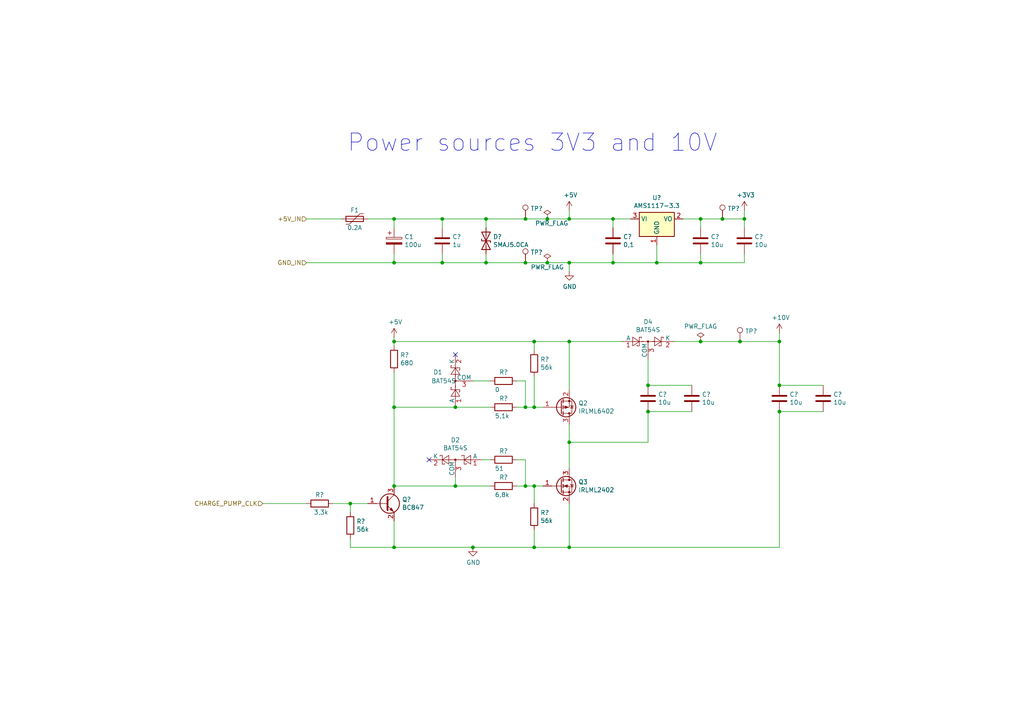
<source format=kicad_sch>
(kicad_sch (version 20250114) (generator "eeschema") (generator_version "9.0")
  (paper "A4")
  (title_block (title "Furnace controller") (date "2026-01-08") (rev "1.1") (company "Yuri Volkov"))
  (lib_symbols
    (symbol "Connector:TestPoint" (pin_numbers (hide yes)) (pin_names (offset 0.762) (hide yes))
      (property "Reference" "TP" (at 0 6.858 0))
      (property "Value" "TestPoint" (at 0 5.08 0))
      (symbol "TestPoint_0_1"
        (circle (center 0 3.302) (radius 0.762))
      )
      (symbol "TestPoint_1_1"
        (pin passive line (at 0 0 90) (length 2.54) (name "1") (number "1"))
      )
    )
    (symbol "Device:C" (pin_numbers (hide yes)) (pin_names (offset 0.254))
      (property "Reference" "C" (at 0.635 2.54 0))
      (property "Value" "C" (at 0.635 -2.54 0))
      (symbol "C_0_1"
        (polyline (pts (xy -2.032 0.762) (xy 2.032 0.762)) (stroke (width 0.508)))
        (polyline (pts (xy -2.032 -0.762) (xy 2.032 -0.762)) (stroke (width 0.508)))
      )
      (symbol "C_1_1"
        (pin passive line (at 0 3.81 270) (length 2.794) (name "~") (number "1"))
        (pin passive line (at 0 -3.81 90) (length 2.794) (name "~") (number "2"))
      )
    )
    (symbol "Device:CP" (pin_numbers (hide yes)) (pin_names (offset 0.254))
      (property "Reference" "C" (at 0.635 2.54 0))
      (property "Value" "Device_CP" (at 0.635 -2.54 0))
      (symbol "CP_0_1"
        (rectangle (start -2.286 0.508) (end 2.286 1.016))
        (polyline (pts (xy -1.778 2.286) (xy -0.762 2.286)))
        (polyline (pts (xy -1.27 2.794) (xy -1.27 1.778)))
        (rectangle (start 2.286 -0.508) (end -2.286 -1.016) (fill (type outline)))
      )
      (symbol "CP_1_1"
        (pin passive line (at 0 3.81 270) (length 2.794) (name "~") (number "1"))
        (pin passive line (at 0 -3.81 90) (length 2.794) (name "~") (number "2"))
      )
    )
    (symbol "Device:D_TVS" (pin_numbers (hide yes)) (pin_names (offset 1.016) (hide yes))
      (property "Reference" "D" (at 0 2.54 0))
      (property "Value" "D_TVS" (at 0 -2.54 0))
      (symbol "D_TVS_0_1"
        (polyline (pts (xy -2.54 1.27) (xy -2.54 -1.27) (xy 2.54 1.27) (xy 2.54 -1.27) (xy -2.54 1.27)) (stroke (width 0.254)))
        (polyline (pts (xy 0.508 1.27) (xy 0 1.27) (xy 0 -1.27) (xy -0.508 -1.27)) (stroke (width 0.254)))
        (polyline (pts (xy 1.27 0) (xy -1.27 0)))
      )
      (symbol "D_TVS_1_1"
        (pin passive line (at -3.81 0 0) (length 2.54) (name "A1") (number "1"))
        (pin passive line (at 3.81 0 180) (length 2.54) (name "A2") (number "2"))
      )
    )
    (symbol "Device:Polyfuse" (pin_numbers (hide yes)) (pin_names (offset 0))
      (property "Reference" "F" (at -2.54 0 90))
      (property "Value" "Polyfuse" (at 2.54 0 90))
      (symbol "Polyfuse_0_1"
        (polyline (pts (xy -1.524 2.54) (xy -1.524 1.524) (xy 1.524 -1.524) (xy 1.524 -2.54)))
        (rectangle (start -0.762 2.54) (end 0.762 -2.54) (stroke (width 0.254)))
        (polyline (pts (xy 0 2.54) (xy 0 -2.54)))
      )
      (symbol "Polyfuse_1_1"
        (pin passive line (at 0 3.81 270) (length 1.27) (name "~") (number "1"))
        (pin passive line (at 0 -3.81 90) (length 1.27) (name "~") (number "2"))
      )
    )
    (symbol "Device:R" (pin_numbers (hide yes)) (pin_names (offset 0))
      (property "Reference" "R" (at 2.032 0 90))
      (property "Value" "R" (at 0 0 90))
      (symbol "R_0_1"
        (rectangle (start -1.016 -2.54) (end 1.016 2.54) (stroke (width 0.254)))
      )
      (symbol "R_1_1"
        (pin passive line (at 0 3.81 270) (length 1.27) (name "~") (number "1"))
        (pin passive line (at 0 -3.81 90) (length 1.27) (name "~") (number "2"))
      )
    )
    (symbol "Diode:BAT54S" (pin_names (offset 0))
      (property "Reference" "D" (at 2.54 -5.08 0))
      (property "Value" "BAT54S" (at -6.35 3.175 0))
      (symbol "BAT54S_0_1"
        (polyline (pts (xy -4.445 1.27) (xy -4.445 -1.27) (xy -2.54 0) (xy -4.445 1.27)))
        (polyline (pts (xy -3.81 0) (xy -1.27 0)))
        (polyline (pts (xy -3.175 -1.27) (xy -3.175 -1.016)))
        (polyline (pts (xy -2.54 1.27) (xy -1.905 1.27)))
        (polyline (pts (xy -2.54 -1.27) (xy -3.175 -1.27)))
        (polyline (pts (xy -2.54 -1.27) (xy -2.54 1.27)))
        (polyline (pts (xy -1.905 1.27) (xy -1.905 1.016)))
        (polyline (pts (xy -1.905 0) (xy 1.905 0)))
        (circle (center 0 0) (radius 0.254) (fill (type outline)))
        (polyline (pts (xy 1.27 0) (xy 3.81 0)))
        (polyline (pts (xy 1.905 1.27) (xy 1.905 -1.27) (xy 3.81 0) (xy 1.905 1.27)))
        (polyline (pts (xy 3.175 -1.27) (xy 3.175 -1.016)))
        (polyline (pts (xy 3.81 1.27) (xy 4.445 1.27)))
        (polyline (pts (xy 3.81 -1.27) (xy 3.175 -1.27)))
        (polyline (pts (xy 3.81 -1.27) (xy 3.81 1.27)))
        (polyline (pts (xy 4.445 1.27) (xy 4.445 1.016)))
      )
      (symbol "BAT54S_1_1"
        (pin passive line (at -7.62 0 0) (length 3.81) (name "A") (number "1"))
        (pin passive line (at 0 -5.08 90) (length 5.08) (name "COM") (number "3"))
        (pin passive line (at 7.62 0 180) (length 3.81) (name "K") (number "2"))
      )
    )
    (symbol "Regulator_Linear:AMS1117-3.3"
      (property "Reference" "U" (at -3.81 3.175 0))
      (property "Value" "AMS1117-3.3" (at 0 3.175 0))
      (symbol "AMS1117-3.3_0_1"
        (rectangle (start -5.08 -5.08) (end 5.08 1.905) (stroke (width 0.254)) (fill (type background)))
      )
      (symbol "AMS1117-3.3_1_1"
        (pin power_in line (at -7.62 0 0) (length 2.54) (name "VI") (number "3"))
        (pin power_in line (at 0 -7.62 90) (length 2.54) (name "GND") (number "1"))
        (pin power_out line (at 7.62 0 180) (length 2.54) (name "VO") (number "2"))
      )
    )
    (symbol "Transistor_BJT:BC847" (pin_names (offset 0) (hide yes))
      (property "Reference" "Q" (at 5.08 1.905 0))
      (property "Value" "BC847" (at 5.08 0 0))
      (symbol "BC847_0_1"
        (polyline (pts (xy -2.54 0) (xy 0.635 0)))
        (polyline (pts (xy 0.635 1.905) (xy 0.635 -1.905)) (stroke (width 0.508)))
        (circle (center 1.27 0) (radius 2.8194) (stroke (width 0.254)))
      )
      (symbol "BC847_1_1"
        (polyline (pts (xy 0.635 0.635) (xy 2.54 2.54)))
        (polyline (pts (xy 0.635 -0.635) (xy 2.54 -2.54)))
        (polyline (pts (xy 1.27 -1.778) (xy 1.778 -1.27) (xy 2.286 -2.286) (xy 1.27 -1.778)) (fill (type outline)))
        (pin input line (at -5.08 0 0) (length 2.54) (name "B") (number "1"))
        (pin passive line (at 2.54 5.08 270) (length 2.54) (name "C") (number "3"))
        (pin passive line (at 2.54 -5.08 90) (length 2.54) (name "E") (number "2"))
      )
    )
    (symbol "Transistor_FET:IRLML2060" (pin_names (hide yes))
      (property "Reference" "Q" (at 5.08 1.905 0))
      (property "Value" "IRLML2060" (at 5.08 0 0))
      (symbol "IRLML2060_0_1"
        (polyline (pts (xy 0.254 1.905) (xy 0.254 -1.905)) (stroke (width 0.254)))
        (polyline (pts (xy 0.254 0) (xy -2.54 0)))
        (polyline (pts (xy 0.762 2.286) (xy 0.762 1.27)) (stroke (width 0.254)))
        (polyline (pts (xy 0.762 0.508) (xy 0.762 -0.508)) (stroke (width 0.254)))
        (polyline (pts (xy 0.762 -1.27) (xy 0.762 -2.286)) (stroke (width 0.254)))
        (polyline (pts (xy 0.762 -1.778) (xy 3.302 -1.778) (xy 3.302 1.778) (xy 0.762 1.778)))
        (polyline (pts (xy 1.016 0) (xy 2.032 0.381) (xy 2.032 -0.381) (xy 1.016 0)) (fill (type outline)))
        (circle (center 1.651 0) (radius 2.794) (stroke (width 0.254)))
        (polyline (pts (xy 2.54 2.54) (xy 2.54 1.778)))
        (circle (center 2.54 1.778) (radius 0.254) (fill (type outline)))
        (circle (center 2.54 -1.778) (radius 0.254) (fill (type outline)))
        (polyline (pts (xy 2.54 -2.54) (xy 2.54 0) (xy 0.762 0)))
        (polyline (pts (xy 2.794 0.508) (xy 2.921 0.381) (xy 3.683 0.381) (xy 3.81 0.254)))
        (polyline (pts (xy 3.302 0.381) (xy 2.921 -0.254) (xy 3.683 -0.254) (xy 3.302 0.381)))
      )
      (symbol "IRLML2060_1_1"
        (pin input line (at -5.08 0 0) (length 2.54) (name "G") (number "1"))
        (pin passive line (at 2.54 5.08 270) (length 2.54) (name "D") (number "3"))
        (pin passive line (at 2.54 -5.08 90) (length 2.54) (name "S") (number "2"))
      )
    )
    (symbol "Transistor_FET:IRLML6402" (pin_names (hide yes))
      (property "Reference" "Q" (at 5.08 1.905 0))
      (property "Value" "IRLML6402" (at 5.08 0 0))
      (symbol "IRLML6402_0_1"
        (polyline (pts (xy 0.254 1.905) (xy 0.254 -1.905)) (stroke (width 0.254)))
        (polyline (pts (xy 0.254 0) (xy -2.54 0)))
        (polyline (pts (xy 0.762 2.286) (xy 0.762 1.27)) (stroke (width 0.254)))
        (polyline (pts (xy 0.762 1.778) (xy 3.302 1.778) (xy 3.302 -1.778) (xy 0.762 -1.778)))
        (polyline (pts (xy 0.762 0.508) (xy 0.762 -0.508)) (stroke (width 0.254)))
        (polyline (pts (xy 0.762 -1.27) (xy 0.762 -2.286)) (stroke (width 0.254)))
        (circle (center 1.651 0) (radius 2.794) (stroke (width 0.254)))
        (polyline (pts (xy 2.286 0) (xy 1.27 0.381) (xy 1.27 -0.381) (xy 2.286 0)) (fill (type outline)))
        (polyline (pts (xy 2.54 2.54) (xy 2.54 1.778)))
        (circle (center 2.54 1.778) (radius 0.254) (fill (type outline)))
        (circle (center 2.54 -1.778) (radius 0.254) (fill (type outline)))
        (polyline (pts (xy 2.54 -2.54) (xy 2.54 0) (xy 0.762 0)))
        (polyline (pts (xy 2.794 -0.508) (xy 2.921 -0.381) (xy 3.683 -0.381) (xy 3.81 -0.254)))
        (polyline (pts (xy 3.302 -0.381) (xy 2.921 0.254) (xy 3.683 0.254) (xy 3.302 -0.381)))
      )
      (symbol "IRLML6402_1_1"
        (pin input line (at -5.08 0 0) (length 2.54) (name "G") (number "1"))
        (pin passive line (at 2.54 5.08 270) (length 2.54) (name "D") (number "3"))
        (pin passive line (at 2.54 -5.08 90) (length 2.54) (name "S") (number "2"))
      )
    )
    (symbol "power:+10V" (power) (pin_numbers (hide yes)) (pin_names (offset 0) (hide yes))
      (property "Value" "+10V" (at 0 3.556 0))
      (symbol "+10V_0_1"
        (polyline (pts (xy -0.762 1.27) (xy 0 2.54)))
        (polyline (pts (xy 0 2.54) (xy 0.762 1.27)))
        (polyline (pts (xy 0 0) (xy 0 2.54)))
      )
      (symbol "+10V_1_1"
        (pin power_in line (at 0 0 90) (length 0) (name "~") (number "1"))
      )
    )
    (symbol "power:+3V3" (power) (pin_numbers (hide yes)) (pin_names (offset 0) (hide yes))
      (property "Value" "+3V3" (at 0 3.556 0))
      (symbol "+3V3_0_1"
        (polyline (pts (xy -0.762 1.27) (xy 0 2.54)))
        (polyline (pts (xy 0 2.54) (xy 0.762 1.27)))
        (polyline (pts (xy 0 0) (xy 0 2.54)))
      )
      (symbol "+3V3_1_1"
        (pin power_in line (at 0 0 90) (length 0) (name "~") (number "1"))
      )
    )
    (symbol "power:+5V" (power) (pin_numbers (hide yes)) (pin_names (offset 0) (hide yes))
      (property "Value" "+5V" (at 0 3.556 0))
      (symbol "+5V_0_1"
        (polyline (pts (xy -0.762 1.27) (xy 0 2.54)))
        (polyline (pts (xy 0 2.54) (xy 0.762 1.27)))
        (polyline (pts (xy 0 0) (xy 0 2.54)))
      )
      (symbol "+5V_1_1"
        (pin power_in line (at 0 0 90) (length 0) (name "~") (number "1"))
      )
    )
    (symbol "power:GND" (power) (pin_numbers (hide yes)) (pin_names (offset 0) (hide yes))
      (property "Value" "GND" (at 0 -3.81 0))
      (symbol "GND_0_1"
        (polyline (pts (xy 0 0) (xy 0 -1.27) (xy 1.27 -1.27) (xy 0 -2.54) (xy -1.27 -1.27) (xy 0 -1.27)))
      )
      (symbol "GND_1_1"
        (pin power_in line (at 0 0 270) (length 0) (name "~") (number "1"))
      )
    )
    (symbol "power:PWR_FLAG" (power) (pin_numbers (hide yes)) (pin_names (offset 0) (hide yes))
      (property "Value" "PWR_FLAG" (at 0 3.81 0))
      (symbol "PWR_FLAG_0_0"
        (pin power_out line (at 0 0 90) (length 0) (name "~") (number "1"))
      )
      (symbol "PWR_FLAG_0_1"
        (polyline (pts (xy 0 0) (xy 0 1.27) (xy -1.016 1.905) (xy 0 2.54) (xy 1.016 1.905) (xy 0 1.27)))
      )
    )
  )
  (text "Power sources 3V3 and 10V" (at 208.28 44.45 0) (effects (font (size 5.0038 5.0038)) (justify right bottom)))
  (junction (at 152.4 63.5))
  (junction (at 140.97 76.2))
  (junction (at 114.3 99.06))
  (junction (at 128.27 63.5))
  (junction (at 101.6 146.05))
  (junction (at 203.2 99.06))
  (junction (at 132.08 118.11))
  (junction (at 114.3 158.75))
  (junction (at 226.06 99.06))
  (junction (at 190.5 76.2))
  (junction (at 114.3 140.97))
  (junction (at 165.1 99.06))
  (junction (at 154.94 118.11))
  (junction (at 114.3 118.11))
  (junction (at 158.75 63.5))
  (junction (at 158.75 76.2))
  (junction (at 165.1 76.2))
  (junction (at 165.1 128.27))
  (junction (at 140.97 63.5))
  (junction (at 187.96 119.38))
  (junction (at 226.06 111.76))
  (junction (at 154.94 99.06))
  (junction (at 165.1 158.75))
  (junction (at 214.63 99.06))
  (junction (at 226.06 119.38))
  (junction (at 128.27 76.2))
  (junction (at 177.8 63.5))
  (junction (at 165.1 63.5))
  (junction (at 114.3 76.2))
  (junction (at 203.2 76.2))
  (junction (at 114.3 63.5))
  (junction (at 203.2 63.5))
  (junction (at 152.4 76.2))
  (junction (at 215.9 63.5))
  (junction (at 152.4 140.97))
  (junction (at 137.16 158.75))
  (junction (at 154.94 140.97))
  (junction (at 177.8 76.2))
  (junction (at 152.4 118.11))
  (junction (at 132.08 140.97))
  (junction (at 154.94 158.75))
  (junction (at 209.55 63.5))
  (junction (at 187.96 111.76))
  (no_connect (at 132.08 102.87))
  (no_connect (at 124.46 133.35))
  (wire (pts (xy 149.86 110.49) (xy 152.4 110.49)))
  (wire (pts (xy 152.4 110.49) (xy 152.4 118.11)))
  (wire (pts (xy 142.24 140.97) (xy 132.08 140.97)))
  (wire (pts (xy 114.3 63.5) (xy 128.27 63.5)))
  (wire (pts (xy 165.1 78.74) (xy 165.1 76.2)))
  (wire (pts (xy 154.94 101.6) (xy 154.94 99.06)))
  (wire (pts (xy 198.12 63.5) (xy 203.2 63.5)))
  (wire (pts (xy 165.1 113.03) (xy 165.1 99.06)))
  (wire (pts (xy 152.4 133.35) (xy 152.4 140.97)))
  (wire (pts (xy 128.27 76.2) (xy 140.97 76.2)))
  (wire (pts (xy 165.1 158.75) (xy 226.06 158.75)))
  (wire (pts (xy 215.9 60.96) (xy 215.9 63.5)))
  (wire (pts (xy 132.08 138.43) (xy 132.08 140.97)))
  (wire (pts (xy 114.3 97.79) (xy 114.3 99.06)))
  (wire (pts (xy 114.3 99.06) (xy 114.3 100.33)))
  (wire (pts (xy 101.6 158.75) (xy 114.3 158.75)))
  (wire (pts (xy 101.6 148.59) (xy 101.6 146.05)))
  (wire (pts (xy 165.1 76.2) (xy 177.8 76.2)))
  (wire (pts (xy 226.06 119.38) (xy 226.06 158.75)))
  (wire (pts (xy 114.3 73.66) (xy 114.3 76.2)))
  (wire (pts (xy 132.08 140.97) (xy 114.3 140.97)))
  (wire (pts (xy 114.3 107.95) (xy 114.3 118.11)))
  (wire (pts (xy 187.96 104.14) (xy 187.96 111.76)))
  (wire (pts (xy 154.94 140.97) (xy 157.48 140.97)))
  (wire (pts (xy 140.97 66.04) (xy 140.97 63.5)))
  (wire (pts (xy 165.1 123.19) (xy 165.1 128.27)))
  (wire (pts (xy 152.4 118.11) (xy 154.94 118.11)))
  (wire (pts (xy 190.5 71.12) (xy 190.5 76.2)))
  (wire (pts (xy 203.2 66.04) (xy 203.2 63.5)))
  (wire (pts (xy 154.94 118.11) (xy 157.48 118.11)))
  (wire (pts (xy 152.4 76.2) (xy 158.75 76.2)))
  (wire (pts (xy 158.75 63.5) (xy 165.1 63.5)))
  (wire (pts (xy 190.5 76.2) (xy 203.2 76.2)))
  (wire (pts (xy 165.1 60.96) (xy 165.1 63.5)))
  (wire (pts (xy 215.9 73.66) (xy 215.9 76.2)))
  (wire (pts (xy 177.8 76.2) (xy 190.5 76.2)))
  (wire (pts (xy 154.94 99.06) (xy 165.1 99.06)))
  (wire (pts (xy 132.08 118.11) (xy 114.3 118.11)))
  (wire (pts (xy 215.9 66.04) (xy 215.9 63.5)))
  (wire (pts (xy 209.55 63.5) (xy 215.9 63.5)))
  (wire (pts (xy 203.2 63.5) (xy 209.55 63.5)))
  (wire (pts (xy 187.96 128.27) (xy 165.1 128.27)))
  (wire (pts (xy 137.16 110.49) (xy 142.24 110.49)))
  (wire (pts (xy 88.9 76.2) (xy 114.3 76.2)))
  (wire (pts (xy 165.1 128.27) (xy 165.1 135.89)))
  (wire (pts (xy 154.94 158.75) (xy 165.1 158.75)))
  (wire (pts (xy 132.08 118.11) (xy 142.24 118.11)))
  (wire (pts (xy 203.2 99.06) (xy 195.58 99.06)))
  (wire (pts (xy 140.97 73.66) (xy 140.97 76.2)))
  (wire (pts (xy 106.68 63.5) (xy 114.3 63.5)))
  (wire (pts (xy 226.06 99.06) (xy 226.06 96.52)))
  (wire (pts (xy 154.94 146.05) (xy 154.94 140.97)))
  (wire (pts (xy 203.2 73.66) (xy 203.2 76.2)))
  (wire (pts (xy 154.94 109.22) (xy 154.94 118.11)))
  (wire (pts (xy 165.1 63.5) (xy 177.8 63.5)))
  (wire (pts (xy 114.3 151.13) (xy 114.3 158.75)))
  (wire (pts (xy 114.3 118.11) (xy 114.3 140.97)))
  (wire (pts (xy 154.94 153.67) (xy 154.94 158.75)))
  (wire (pts (xy 214.63 99.06) (xy 203.2 99.06)))
  (wire (pts (xy 226.06 111.76) (xy 238.76 111.76)))
  (wire (pts (xy 96.52 146.05) (xy 101.6 146.05)))
  (wire (pts (xy 165.1 99.06) (xy 180.34 99.06)))
  (wire (pts (xy 149.86 118.11) (xy 152.4 118.11)))
  (wire (pts (xy 114.3 158.75) (xy 137.16 158.75)))
  (wire (pts (xy 101.6 156.21) (xy 101.6 158.75)))
  (wire (pts (xy 158.75 76.2) (xy 165.1 76.2)))
  (wire (pts (xy 114.3 99.06) (xy 154.94 99.06)))
  (wire (pts (xy 99.06 63.5) (xy 88.9 63.5)))
  (wire (pts (xy 200.66 111.76) (xy 187.96 111.76)))
  (wire (pts (xy 200.66 119.38) (xy 187.96 119.38)))
  (wire (pts (xy 149.86 133.35) (xy 152.4 133.35)))
  (wire (pts (xy 128.27 63.5) (xy 140.97 63.5)))
  (wire (pts (xy 139.7 133.35) (xy 142.24 133.35)))
  (wire (pts (xy 226.06 99.06) (xy 226.06 111.76)))
  (wire (pts (xy 128.27 73.66) (xy 128.27 76.2)))
  (wire (pts (xy 177.8 63.5) (xy 182.88 63.5)))
  (wire (pts (xy 187.96 119.38) (xy 187.96 128.27)))
  (wire (pts (xy 101.6 146.05) (xy 106.68 146.05)))
  (wire (pts (xy 177.8 66.04) (xy 177.8 63.5)))
  (wire (pts (xy 214.63 99.06) (xy 226.06 99.06)))
  (wire (pts (xy 140.97 63.5) (xy 152.4 63.5)))
  (wire (pts (xy 177.8 73.66) (xy 177.8 76.2)))
  (wire (pts (xy 137.16 158.75) (xy 154.94 158.75)))
  (wire (pts (xy 149.86 140.97) (xy 152.4 140.97)))
  (wire (pts (xy 152.4 63.5) (xy 158.75 63.5)))
  (wire (pts (xy 88.9 146.05) (xy 76.2 146.05)))
  (wire (pts (xy 140.97 76.2) (xy 152.4 76.2)))
  (wire (pts (xy 152.4 140.97) (xy 154.94 140.97)))
  (wire (pts (xy 203.2 76.2) (xy 215.9 76.2)))
  (wire (pts (xy 226.06 119.38) (xy 238.76 119.38)))
  (wire (pts (xy 114.3 76.2) (xy 128.27 76.2)))
  (wire (pts (xy 128.27 66.04) (xy 128.27 63.5)))
  (wire (pts (xy 165.1 146.05) (xy 165.1 158.75)))
  (wire (pts (xy 114.3 66.04) (xy 114.3 63.5)))
  (hierarchical_label "+5V_IN" (shape input) (at 88.9 63.5 180))
  (hierarchical_label "GND_IN" (shape input) (at 88.9 76.2 180))
  (hierarchical_label "CHARGE_PUMP_CLK" (shape input) (at 76.2 146.05 180))
  (symbol (lib_id "Regulator_Linear:AMS1117-3.3") (at 190.5 63.5 0) (unit 1)
    (property "Reference" "U1" (at 190.5 57.3532 0))
    (property "Value" "AMS1117-3.3" (at 190.5 59.6646 0))
    (property "Footprint" "Package_TO_SOT_SMD:SOT-223-3_TabPin2" (effects (hide yes)))
    (property "Datasheet" "http://www.advanced-monolithic.com/pdf/ds1117.pdf" (effects (hide yes)))
    (instances (project "" (path "" (reference "U?") (unit 1)) (path "" (reference "U?") (unit 1)) (path "" (reference "U1") (unit 1))))
  )
  (symbol (lib_id "power:+10V") (at 226.06 96.52 0) (unit 1)
    (property "Reference" "#PWR06" (effects (hide yes)))
    (property "Value" "+10V" (at 226.441 92.1258 0))
  )
  (symbol (lib_id "power:+3V3") (at 215.9 60.96 0) (unit 1)
    (property "Reference" "#PWR05" (effects (hide yes)))
    (property "Value" "+3V3" (at 216.281 56.5658 0))
  )
  (symbol (lib_id "power:GND") (at 165.1 78.74 0) (unit 1)
    (property "Reference" "#PWR04" (effects (hide yes)))
    (property "Value" "GND" (at 165.227 83.1342 0))
  )
  (symbol (lib_id "Device:C") (at 203.2 69.85 0) (unit 1)
    (property "Reference" "C6" (at 206.121 68.6816 0) (effects (justify left)))
    (property "Value" "10u" (at 206.121 70.993 0) (effects (justify left)))
    (property "Footprint" "Capacitor_SMD:C_1206_3216Metric_Pad1.33x1.80mm_HandSolder" (effects (hide yes)))
    (instances (project "" (path "" (reference "C?") (unit 1)) (path "" (reference "C?") (unit 1)) (path "" (reference "C6") (unit 1)) (path "" (reference "C?") (unit 1))))
  )
  (symbol (lib_id "Device:C") (at 177.8 69.85 0) (unit 1)
    (property "Reference" "C3" (at 180.721 68.6816 0) (effects (justify left)))
    (property "Value" "0,1" (at 180.721 70.993 0) (effects (justify left)))
    (property "Footprint" "Capacitor_SMD:C_0603_1608Metric_Pad1.08x0.95mm_HandSolder" (effects (hide yes)))
    (instances (project "" (path "" (reference "C?") (unit 1)) (path "" (reference "C?") (unit 1)) (path "" (reference "C3") (unit 1)) (path "" (reference "C?") (unit 1))))
  )
  (symbol (lib_id "Device:C") (at 215.9 69.85 0) (unit 1)
    (property "Reference" "C7" (at 218.821 68.6816 0) (effects (justify left)))
    (property "Value" "10u" (at 218.821 70.993 0) (effects (justify left)))
    (property "Footprint" "Capacitor_SMD:C_1206_3216Metric_Pad1.33x1.80mm_HandSolder" (effects (hide yes)))
    (instances (project "" (path "" (reference "C?") (unit 1)) (path "" (reference "C?") (unit 1)) (path "" (reference "C7") (unit 1)) (path "" (reference "C?") (unit 1))))
  )
  (symbol (lib_id "power:+5V") (at 165.1 60.96 0) (unit 1)
    (property "Reference" "#PWR03" (effects (hide yes)))
    (property "Value" "+5V" (at 165.481 56.5658 0))
  )
  (symbol (lib_id "Transistor_FET:IRLML6402") (at 162.56 118.11 0) (mirror x) (unit 1)
    (property "Reference" "Q2" (at 167.7416 116.9416 0) (effects (justify left)))
    (property "Value" "IRLML6402" (at 167.7416 119.253 0) (effects (justify left)))
    (property "Footprint" "Package_TO_SOT_SMD:SOT-23" (effects (hide yes)))
    (property "Datasheet" "https://www.infineon.com/dgdl/irlml6402pbf.pdf?fileId=5546d462533600a401535668d5c2263c" (effects (hide yes)))
  )
  (symbol (lib_id "Transistor_FET:IRLML2060") (at 162.56 140.97 0) (unit 1)
    (property "Reference" "Q3" (at 167.7416 139.8016 0) (effects (justify left)))
    (property "Value" "IRLML2402" (at 167.7416 142.113 0) (effects (justify left)))
    (property "Footprint" "Package_TO_SOT_SMD:SOT-23" (effects (hide yes)))
    (property "Datasheet" "https://www.infineon.com/dgdl/irlml2060pbf.pdf?fileId=5546d462533600a401535664b7fb25ee" (effects (hide yes)))
  )
  (symbol (lib_id "Device:R") (at 146.05 110.49 270) (unit 1)
    (property "Reference" "R4" (at 144.78 107.95 90) (effects (justify left)))
    (property "Value" "0" (at 143.51 113.03 90) (effects (justify left)))
    (property "Footprint" "Resistor_SMD:R_0603_1608Metric_Pad0.98x0.95mm_HandSolder" (effects (hide yes)))
    (instances (project "" (path "" (reference "R?") (unit 1)) (path "" (reference "R4") (unit 1))))
  )
  (symbol (lib_id "Diode:BAT54S") (at 132.08 110.49 90) (unit 1)
    (property "Reference" "D1" (at 127 107.95 90))
    (property "Value" "BAT54S" (at 128.6764 110.49 90))
    (property "Footprint" "Package_TO_SOT_SMD:SOT-23" (effects (hide yes)))
    (property "Datasheet" "https://www.diodes.com/assets/Datasheets/ds11005.pdf" (effects (hide yes)))
  )
  (symbol (lib_id "Diode:BAT54S") (at 132.08 133.35 0) (mirror y) (unit 1)
    (property "Reference" "D2" (at 132.08 127.635 0))
    (property "Value" "BAT54S" (at 132.08 129.9464 0))
    (property "Footprint" "Package_TO_SOT_SMD:SOT-23" (effects (hide yes)))
    (property "Datasheet" "https://www.diodes.com/assets/Datasheets/ds11005.pdf" (effects (hide yes)))
  )
  (symbol (lib_id "Diode:BAT54S") (at 187.96 99.06 0) (unit 1)
    (property "Reference" "D4" (at 187.96 93.345 0))
    (property "Value" "BAT54S" (at 187.96 95.6564 0))
    (property "Footprint" "Package_TO_SOT_SMD:SOT-23" (effects (hide yes)))
    (property "Datasheet" "https://www.diodes.com/assets/Datasheets/ds11005.pdf" (effects (hide yes)))
  )
  (symbol (lib_id "Device:C") (at 187.96 115.57 0) (unit 1)
    (property "Reference" "C4" (at 190.881 114.4016 0) (effects (justify left)))
    (property "Value" "10u" (at 190.881 116.713 0) (effects (justify left)))
    (property "Footprint" "Capacitor_SMD:C_1206_3216Metric_Pad1.33x1.80mm_HandSolder" (effects (hide yes)))
    (instances (project "" (path "" (reference "C?") (unit 1)) (path "" (reference "C?") (unit 1)) (path "" (reference "C4") (unit 1)) (path "" (reference "C?") (unit 1))))
  )
  (symbol (lib_id "Device:C") (at 200.66 115.57 0) (unit 1)
    (property "Reference" "C5" (at 203.581 114.4016 0) (effects (justify left)))
    (property "Value" "10u" (at 203.581 116.713 0) (effects (justify left)))
    (property "Footprint" "Capacitor_SMD:C_1206_3216Metric_Pad1.33x1.80mm_HandSolder" (effects (hide yes)))
    (instances (project "" (path "" (reference "C?") (unit 1)) (path "" (reference "C?") (unit 1)) (path "" (reference "C5") (unit 1)) (path "" (reference "C?") (unit 1))))
  )
  (symbol (lib_id "Device:C") (at 226.06 115.57 0) (unit 1)
    (property "Reference" "C8" (at 228.981 114.4016 0) (effects (justify left)))
    (property "Value" "10u" (at 228.981 116.713 0) (effects (justify left)))
    (property "Footprint" "Capacitor_SMD:C_1206_3216Metric_Pad1.33x1.80mm_HandSolder" (effects (hide yes)))
    (instances (project "" (path "" (reference "C?") (unit 1)) (path "" (reference "C?") (unit 1)) (path "" (reference "C8") (unit 1)) (path "" (reference "C?") (unit 1))))
  )
  (symbol (lib_id "Device:C") (at 238.76 115.57 0) (unit 1)
    (property "Reference" "C9" (at 241.681 114.4016 0) (effects (justify left)))
    (property "Value" "10u" (at 241.681 116.713 0) (effects (justify left)))
    (property "Footprint" "Capacitor_SMD:C_1206_3216Metric_Pad1.33x1.80mm_HandSolder" (effects (hide yes)))
    (instances (project "" (path "" (reference "C?") (unit 1)) (path "" (reference "C?") (unit 1)) (path "" (reference "C9") (unit 1)) (path "" (reference "C?") (unit 1))))
  )
  (symbol (lib_id "power:+5V") (at 114.3 97.79 0) (unit 1)
    (property "Reference" "#PWR01" (effects (hide yes)))
    (property "Value" "+5V" (at 114.681 93.3958 0))
  )
  (symbol (lib_id "Device:R") (at 146.05 118.11 270) (unit 1)
    (property "Reference" "R5" (at 144.78 115.57 90) (effects (justify left)))
    (property "Value" "5,1k" (at 143.51 120.65 90) (effects (justify left)))
    (property "Footprint" "Resistor_SMD:R_0603_1608Metric_Pad0.98x0.95mm_HandSolder" (effects (hide yes)))
    (instances (project "" (path "" (reference "R?") (unit 1)) (path "" (reference "R5") (unit 1))))
  )
  (symbol (lib_id "Device:R") (at 146.05 133.35 270) (unit 1)
    (property "Reference" "R6" (at 144.78 130.81 90) (effects (justify left)))
    (property "Value" "51" (at 143.51 135.89 90) (effects (justify left)))
    (property "Footprint" "Resistor_SMD:R_0603_1608Metric_Pad0.98x0.95mm_HandSolder" (effects (hide yes)))
    (instances (project "" (path "" (reference "R?") (unit 1)) (path "" (reference "R6") (unit 1))))
  )
  (symbol (lib_id "Device:R") (at 146.05 140.97 270) (unit 1)
    (property "Reference" "R7" (at 144.78 138.43 90) (effects (justify left)))
    (property "Value" "6,8k" (at 143.51 143.51 90) (effects (justify left)))
    (property "Footprint" "Resistor_SMD:R_0603_1608Metric_Pad0.98x0.95mm_HandSolder" (effects (hide yes)))
    (instances (project "" (path "" (reference "R?") (unit 1)) (path "" (reference "R7") (unit 1))))
  )
  (symbol (lib_id "Device:R") (at 114.3 104.14 0) (unit 1)
    (property "Reference" "R3" (at 116.078 102.9716 0) (effects (justify left)))
    (property "Value" "680" (at 116.078 105.283 0) (effects (justify left)))
    (property "Footprint" "Resistor_SMD:R_0603_1608Metric_Pad0.98x0.95mm_HandSolder" (effects (hide yes)))
    (instances (project "" (path "" (reference "R?") (unit 1)) (path "" (reference "R3") (unit 1))))
  )
  (symbol (lib_id "Connector:TestPoint") (at 209.55 63.5 0) (unit 1)
    (property "Reference" "TP3" (at 211.0232 60.5028 0) (effects (justify left)))
    (property "Value" "TestPoint" (effects (hide yes)))
    (property "Footprint" "furnace_controller:TP" (effects (hide yes)))
    (instances (project "" (path "" (reference "TP?") (unit 1)) (path "" (reference "TP3") (unit 1))))
  )
  (symbol (lib_id "Connector:TestPoint") (at 214.63 99.06 0) (unit 1)
    (property "Reference" "TP4" (at 216.1032 96.0628 0) (effects (justify left)))
    (property "Value" "TestPoint" (effects (hide yes)))
    (property "Footprint" "furnace_controller:TP" (effects (hide yes)))
    (instances (project "" (path "" (reference "TP?") (unit 1)) (path "" (reference "TP4") (unit 1))))
  )
  (symbol (lib_id "Connector:TestPoint") (at 152.4 63.5 0) (unit 1)
    (property "Reference" "TP1" (at 153.8732 60.5028 0) (effects (justify left)))
    (property "Value" "TestPoint" (effects (hide yes)))
    (property "Footprint" "furnace_controller:TP" (effects (hide yes)))
    (instances (project "" (path "" (reference "TP?") (unit 1)) (path "" (reference "TP1") (unit 1))))
  )
  (symbol (lib_id "Device:C") (at 128.27 69.85 0) (unit 1)
    (property "Reference" "C2" (at 131.191 68.6816 0) (effects (justify left)))
    (property "Value" "1u" (at 131.191 70.993 0) (effects (justify left)))
    (property "Footprint" "Capacitor_SMD:C_0603_1608Metric_Pad1.08x0.95mm_HandSolder" (effects (hide yes)))
    (instances (project "" (path "" (reference "C?") (unit 1)) (path "" (reference "C?") (unit 1)) (path "" (reference "C2") (unit 1)) (path "" (reference "C?") (unit 1))))
  )
  (symbol (lib_id "Device:D_TVS") (at 140.97 69.85 90) (unit 1)
    (property "Reference" "D3" (at 143.002 68.6816 90) (effects (justify right)))
    (property "Value" "SMAJ5.0CA" (at 143.002 70.993 90) (effects (justify right)))
    (property "Footprint" "Diode_SMD:D_SMB_Handsoldering" (effects (hide yes)))
    (instances (project "" (path "" (reference "D?") (unit 1)) (path "" (reference "D3") (unit 1))))
  )
  (symbol (lib_id "Device:CP") (at 114.3 69.85 0) (unit 1)
    (property "Reference" "C1" (at 117.2972 68.6816 0) (effects (justify left)))
    (property "Value" "100u" (at 117.2972 70.993 0) (effects (justify left)))
    (property "Footprint" "Capacitor_THT:CP_Radial_D5.0mm_P2.00mm" (effects (hide yes)))
  )
  (symbol (lib_id "Connector:TestPoint") (at 152.4 76.2 0) (unit 1)
    (property "Reference" "TP2" (at 153.8732 73.2028 0) (effects (justify left)))
    (property "Value" "TestPoint" (effects (hide yes)))
    (property "Footprint" "furnace_controller:TP" (effects (hide yes)))
    (instances (project "" (path "" (reference "TP?") (unit 1)) (path "" (reference "TP2") (unit 1))))
  )
  (symbol (lib_id "Device:R") (at 154.94 149.86 0) (unit 1)
    (property "Reference" "R9" (at 156.718 148.6916 0) (effects (justify left)))
    (property "Value" "56k" (at 156.718 151.003 0) (effects (justify left)))
    (property "Footprint" "Resistor_SMD:R_0603_1608Metric_Pad0.98x0.95mm_HandSolder" (effects (hide yes)))
    (instances (project "" (path "" (reference "R?") (unit 1)) (path "" (reference "R9") (unit 1)) (path "" (reference "R?") (unit 1))))
  )
  (symbol (lib_id "Transistor_BJT:BC847") (at 111.76 146.05 0) (unit 1)
    (property "Reference" "Q1" (at 116.6114 144.8816 0) (effects (justify left)))
    (property "Value" "BC847" (at 116.6114 147.193 0) (effects (justify left)))
    (property "Footprint" "Package_TO_SOT_SMD:SOT-23" (effects (hide yes)))
    (property "Datasheet" "http://www.infineon.com/dgdl/Infineon-BC847SERIES_BC848SERIES_BC849SERIES_BC850SERIES-DS-v01_01-en.pdf?fileId=db3a304314dca389011541d4630a1657" (effects (hide yes)))
    (instances (project "" (path "" (reference "Q?") (unit 1)) (path "" (reference "Q1") (unit 1)) (path "" (reference "Q?") (unit 1))))
  )
  (symbol (lib_id "Device:R") (at 101.6 152.4 0) (unit 1)
    (property "Reference" "R2" (at 103.378 151.2316 0) (effects (justify left)))
    (property "Value" "56k" (at 103.378 153.543 0) (effects (justify left)))
    (property "Footprint" "Resistor_SMD:R_0603_1608Metric_Pad0.98x0.95mm_HandSolder" (effects (hide yes)))
    (instances (project "" (path "" (reference "R?") (unit 1)) (path "" (reference "R2") (unit 1)) (path "" (reference "R?") (unit 1))))
  )
  (symbol (lib_id "Device:R") (at 92.71 146.05 90) (unit 1)
    (property "Reference" "R1" (at 93.98 143.51 90) (effects (justify left)))
    (property "Value" "3,3k" (at 95.25 148.59 90) (effects (justify left)))
    (property "Footprint" "Resistor_SMD:R_0603_1608Metric_Pad0.98x0.95mm_HandSolder" (effects (hide yes)))
    (instances (project "" (path "" (reference "R?") (unit 1)) (path "" (reference "R1") (unit 1)) (path "" (reference "R?") (unit 1))))
  )
  (symbol (lib_id "Device:R") (at 154.94 105.41 0) (unit 1)
    (property "Reference" "R8" (at 156.718 104.2416 0) (effects (justify left)))
    (property "Value" "56k" (at 156.718 106.553 0) (effects (justify left)))
    (property "Footprint" "Resistor_SMD:R_0603_1608Metric_Pad0.98x0.95mm_HandSolder" (effects (hide yes)))
    (instances (project "" (path "" (reference "R?") (unit 1)) (path "" (reference "R8") (unit 1)) (path "" (reference "R?") (unit 1))))
  )
  (symbol (lib_id "power:GND") (at 137.16 158.75 0) (unit 1)
    (property "Reference" "#PWR02" (effects (hide yes)))
    (property "Value" "GND" (at 137.287 163.1442 0))
  )
  (symbol (lib_id "power:PWR_FLAG") (at 203.2 99.06 0) (unit 1)
    (property "Reference" "#FLG03" (effects (hide yes)))
    (property "Value" "PWR_FLAG" (at 203.2 94.6658 0))
  )
  (symbol (lib_id "power:PWR_FLAG") (at 158.75 63.5 0) (unit 1)
    (property "Reference" "#FLG01" (effects (hide yes)))
    (property "Value" "PWR_FLAG" (at 160.02 64.77 0))
  )
  (symbol (lib_id "power:PWR_FLAG") (at 158.75 76.2 0) (unit 1)
    (property "Reference" "#FLG02" (effects (hide yes)))
    (property "Value" "PWR_FLAG" (at 158.75 77.47 0))
  )
  (symbol (lib_id "Device:Polyfuse") (at 102.87 63.5 270) (unit 1)
    (property "Reference" "F1" (at 102.87 60.96 90))
    (property "Value" "0.2A" (at 102.87 66.04 90))
    (property "Footprint" "Fuse:Fuse_1206_3216Metric_Pad1.42x1.75mm_HandSolder" (effects (hide yes)))
  )
)
</source>
